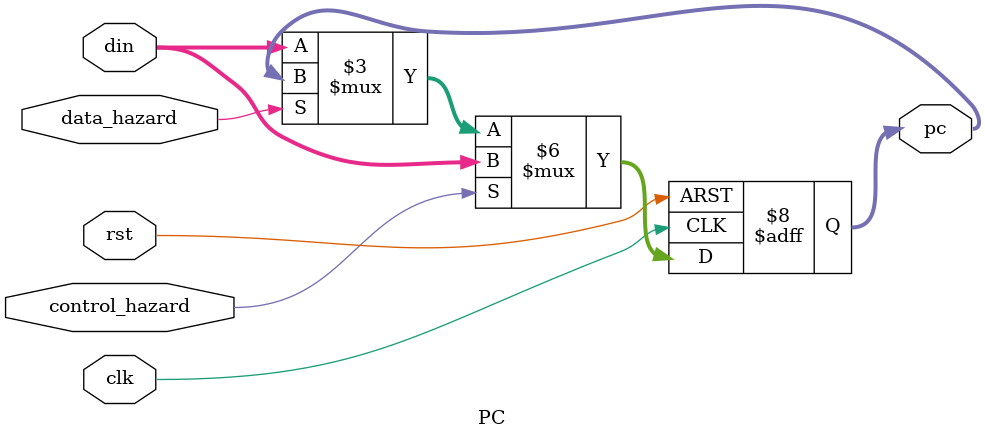
<source format=v>
`timescale 1ns / 1ps
`include "defines.vh"

module PC(
    input wire rst,
    input wire clk,
    input wire[31:0] din,
    input wire data_hazard,
    input wire control_hazard,
    output reg[31:0] pc
    );
    
always @(posedge clk or posedge rst) begin
  if(rst) begin
    `ifdef RUN_TRACE
      pc<=-4;
    `else
      pc<=0;
    `endif
  end
  else if(control_hazard) pc<= din;
  else if(data_hazard) pc<=pc;
  else pc <= din;
end
    
endmodule

</source>
